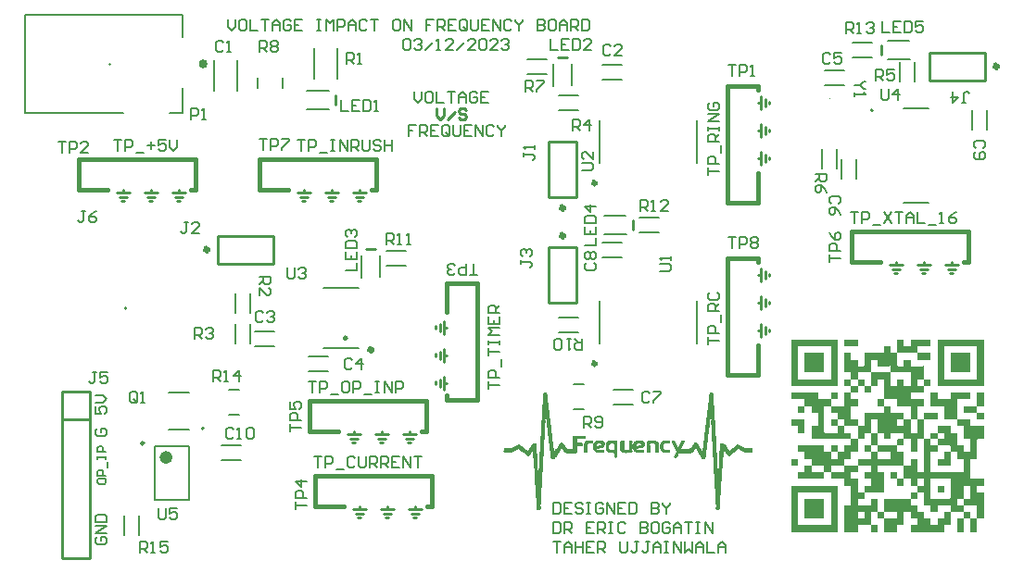
<source format=gto>
G04*
G04 #@! TF.GenerationSoftware,Altium Limited,Altium Designer,23.1.1 (15)*
G04*
G04 Layer_Color=65535*
%FSLAX44Y44*%
%MOMM*%
G71*
G04*
G04 #@! TF.SameCoordinates,1FA4A5A5-67A0-4D6D-842F-5CAA9539815A*
G04*
G04*
G04 #@! TF.FilePolarity,Positive*
G04*
G01*
G75*
%ADD10C,0.1000*%
%ADD11C,0.2000*%
%ADD12C,0.2500*%
%ADD13C,0.6000*%
%ADD14C,0.5080*%
%ADD15C,0.3810*%
%ADD16C,0.4000*%
%ADD17C,0.3000*%
%ADD18C,0.1524*%
%ADD19C,0.2540*%
%ADD20C,0.1270*%
%ADD21C,0.2032*%
%ADD22C,0.1778*%
%ADD23C,0.2286*%
G36*
X801490Y198575D02*
X789245D01*
Y192453D01*
X801490D01*
Y188779D01*
Y188167D01*
Y186330D01*
X789245D01*
Y192453D01*
X770878D01*
Y204697D01*
X777000D01*
Y198575D01*
X783122D01*
Y204697D01*
X801490D01*
Y198575D01*
D02*
G37*
G36*
X734755Y204085D02*
Y203473D01*
Y198575D01*
X722510D01*
Y204697D01*
X734755D01*
Y204085D01*
D02*
G37*
G36*
X764755Y193065D02*
X765367D01*
Y192453D01*
X770878D01*
Y180820D01*
X771490D01*
Y180208D01*
X777000D01*
Y186330D01*
X783122D01*
Y180820D01*
X783735D01*
Y180208D01*
X794755D01*
Y180820D01*
X795368D01*
Y168575D01*
X801490D01*
Y162452D01*
X795368D01*
Y168575D01*
X789245D01*
Y162452D01*
X795368D01*
Y156330D01*
X783122D01*
Y150208D01*
X795368D01*
Y144085D01*
X789245D01*
Y131840D01*
X795368D01*
Y114085D01*
X801490D01*
Y107962D01*
X807612D01*
Y101840D01*
X801490D01*
Y83472D01*
X831490D01*
Y95717D01*
X825368D01*
Y101840D01*
X819857D01*
Y107350D01*
X819245D01*
Y107962D01*
X807612D01*
Y114085D01*
X801490D01*
Y119595D01*
X807612D01*
Y114085D01*
X813735D01*
Y119595D01*
X807612D01*
Y125718D01*
X819857D01*
Y119595D01*
X825980D01*
Y118983D01*
X825368D01*
Y107962D01*
X831490D01*
Y101840D01*
X837613D01*
Y114085D01*
X831490D01*
Y125718D01*
X825980D01*
Y126330D01*
X825368D01*
Y131840D01*
X813735D01*
Y144085D01*
X801490D01*
Y155105D01*
Y155718D01*
Y156330D01*
X807612D01*
Y150208D01*
X819857D01*
Y156330D01*
X837613D01*
Y150208D01*
X825368D01*
Y131840D01*
X837613D01*
Y125718D01*
X849857D01*
Y114085D01*
X844347D01*
Y113473D01*
X843735D01*
Y95717D01*
X837613D01*
Y77350D01*
X849857D01*
Y71228D01*
X843735D01*
Y65105D01*
X849857D01*
Y41227D01*
X843735D01*
Y53472D01*
X831490D01*
Y58983D01*
X825368D01*
Y53472D01*
X825980D01*
Y52860D01*
X826592D01*
Y53472D01*
X831490D01*
Y47350D01*
X837613D01*
Y46125D01*
Y45513D01*
Y41227D01*
X843735D01*
Y38778D01*
Y38166D01*
Y28983D01*
X837613D01*
Y41227D01*
X831490D01*
Y47350D01*
X819857D01*
Y52860D01*
X819245D01*
Y53472D01*
X807612D01*
Y47350D01*
X801490D01*
Y52860D01*
X800878D01*
Y53472D01*
X795980D01*
Y52860D01*
X795368D01*
Y65105D01*
X789245D01*
Y71228D01*
X783122D01*
Y77350D01*
X777000D01*
Y89595D01*
X753122D01*
Y83472D01*
X759245D01*
Y65717D01*
X758633D01*
Y65105D01*
X740878D01*
Y71228D01*
X747000D01*
Y77350D01*
X740878D01*
Y83472D01*
X747000D01*
Y89595D01*
X734755D01*
Y95717D01*
X747000D01*
Y101840D01*
X740878D01*
Y107962D01*
X747000D01*
Y101840D01*
X753122D01*
Y95717D01*
X764755D01*
Y101840D01*
X753122D01*
Y107962D01*
X747000D01*
Y119595D01*
X740878D01*
Y114085D01*
X734755D01*
Y125718D01*
X722510D01*
Y131840D01*
X716388D01*
Y137963D01*
X710265D01*
Y144085D01*
X704143D01*
Y120207D01*
X704755D01*
Y119595D01*
X716388D01*
Y125718D01*
X710877D01*
Y126330D01*
X710265D01*
Y131840D01*
X716388D01*
Y126330D01*
Y125718D01*
X722510D01*
Y119595D01*
X728633D01*
Y114085D01*
X734755D01*
Y101840D01*
X728633D01*
Y95717D01*
X722510D01*
Y89595D01*
X734755D01*
Y83472D01*
X728633D01*
Y77350D01*
X734755D01*
Y65105D01*
X740878D01*
Y58983D01*
X734755D01*
Y52860D01*
X735367D01*
Y53472D01*
X747000D01*
Y58983D01*
X753122D01*
Y47350D01*
X759245D01*
Y43064D01*
Y42452D01*
Y41227D01*
X770878D01*
Y47350D01*
X759245D01*
Y58983D01*
X783122D01*
Y53472D01*
X789245D01*
Y47350D01*
X795368D01*
Y41227D01*
X801490D01*
Y35105D01*
X807612D01*
Y41227D01*
X813735D01*
Y47350D01*
X819857D01*
Y35105D01*
X813735D01*
Y28983D01*
X783122D01*
Y35105D01*
X789245D01*
Y41227D01*
X783122D01*
Y47350D01*
X777000D01*
Y35105D01*
X770878D01*
Y28983D01*
X759245D01*
Y41227D01*
X753122D01*
Y47350D01*
X747000D01*
Y35105D01*
X753122D01*
Y28983D01*
X747000D01*
Y35105D01*
X734755D01*
Y28983D01*
X722510D01*
Y53472D01*
X728020D01*
Y52860D01*
X728633D01*
Y71228D01*
X722510D01*
Y77350D01*
X710265D01*
Y83472D01*
X704143D01*
Y89595D01*
X692510D01*
Y95717D01*
X686387D01*
Y101840D01*
X680265D01*
Y107962D01*
X704143D01*
Y101840D01*
X710265D01*
Y95717D01*
X716388D01*
Y101840D01*
X710265D01*
Y107350D01*
X710877D01*
Y107962D01*
X716388D01*
Y101840D01*
X722510D01*
Y107962D01*
X728633D01*
Y114085D01*
X692510D01*
Y125718D01*
X698020D01*
Y126330D01*
X698632D01*
Y137963D01*
X692510D01*
Y144085D01*
X686387D01*
Y150208D01*
X674143D01*
Y156330D01*
X698632D01*
Y150820D01*
X698020D01*
Y150208D01*
X710265D01*
Y144085D01*
X722510D01*
Y156330D01*
X728633D01*
Y150208D01*
X734755D01*
Y144085D01*
X728633D01*
Y131840D01*
X734755D01*
Y125718D01*
X740878D01*
Y137963D01*
X759245D01*
Y144085D01*
X753122D01*
Y150208D01*
X759245D01*
Y144085D01*
X764755D01*
Y137963D01*
X777000D01*
Y131840D01*
X783122D01*
Y119595D01*
X789245D01*
Y131840D01*
X783122D01*
Y144085D01*
X770878D01*
Y150208D01*
X759245D01*
Y167963D01*
X758633D01*
Y168575D01*
X753122D01*
Y162452D01*
X747000D01*
Y174697D01*
X734755D01*
Y168575D01*
X740878D01*
Y163065D01*
Y162452D01*
X747000D01*
Y156330D01*
X740878D01*
Y161840D01*
Y162452D01*
X734755D01*
Y168575D01*
X728633D01*
Y174697D01*
X722510D01*
Y192453D01*
X728633D01*
Y186330D01*
X734755D01*
Y180208D01*
X740265D01*
Y180820D01*
X740878D01*
Y192453D01*
X758633D01*
Y193065D01*
X759245D01*
Y198575D01*
X764755D01*
Y193065D01*
D02*
G37*
G36*
X849857Y190616D02*
Y190004D01*
Y162452D01*
X807612D01*
Y204697D01*
X849857D01*
Y190616D01*
D02*
G37*
G36*
X716388Y162452D02*
X674143D01*
Y204697D01*
X716388D01*
Y162452D01*
D02*
G37*
G36*
X728633Y167963D02*
Y167350D01*
Y162452D01*
X734755D01*
Y157555D01*
Y156942D01*
Y156330D01*
X728633D01*
Y162452D01*
X722510D01*
Y168575D01*
X728633D01*
Y167963D01*
D02*
G37*
G36*
X716388Y153269D02*
Y152656D01*
Y150208D01*
X710265D01*
Y156330D01*
X716388D01*
Y153269D01*
D02*
G37*
G36*
X849857Y144085D02*
X843735D01*
Y150820D01*
Y151432D01*
Y156330D01*
X849857D01*
Y144085D01*
D02*
G37*
G36*
X686387Y137963D02*
X680265D01*
Y144085D01*
X686387D01*
Y137963D01*
D02*
G37*
G36*
X843735D02*
X849857D01*
Y132452D01*
Y131840D01*
X843735D01*
Y137963D01*
X831490D01*
Y144085D01*
X843735D01*
Y137963D01*
D02*
G37*
G36*
X807612Y131840D02*
X795368D01*
Y136738D01*
Y137350D01*
Y137963D01*
X807612D01*
Y131840D01*
D02*
G37*
G36*
X686387Y120207D02*
X685775D01*
Y119595D01*
X680265D01*
Y125718D01*
X674143D01*
Y131840D01*
X686387D01*
Y120207D01*
D02*
G37*
G36*
X502202Y111832D02*
X503073D01*
Y110961D01*
X503943D01*
Y108349D01*
X503073D01*
Y106608D01*
X502202D01*
Y105738D01*
X498720D01*
Y104867D01*
X496108D01*
Y103996D01*
X503073D01*
Y101385D01*
X495237D01*
Y102255D01*
X494367D01*
Y103126D01*
X493496D01*
Y103996D01*
X492625D01*
Y110091D01*
X489143D01*
Y109220D01*
X488272D01*
Y101385D01*
X484790D01*
Y103996D01*
Y104867D01*
Y110091D01*
X485661D01*
Y111832D01*
X486531D01*
Y112702D01*
X492625D01*
Y110091D01*
X493496D01*
Y110961D01*
X494367D01*
Y111832D01*
X495237D01*
Y112702D01*
X502202D01*
Y111832D01*
D02*
G37*
G36*
X538767D02*
X539638D01*
Y110961D01*
X540508D01*
Y107479D01*
X539638D01*
Y106608D01*
X538767D01*
Y105738D01*
X534414D01*
Y104867D01*
X532673D01*
Y103996D01*
X539638D01*
Y101385D01*
X531802D01*
Y102255D01*
X530061D01*
Y103996D01*
X529191D01*
Y104867D01*
X528320D01*
Y103126D01*
X529191D01*
Y102255D01*
X528320D01*
Y101385D01*
X523096D01*
Y100514D01*
X522226D01*
Y101385D01*
X519614D01*
Y102255D01*
X518743D01*
Y103126D01*
X517873D01*
Y111832D01*
X518743D01*
Y112702D01*
X521355D01*
Y103996D01*
X525708D01*
Y112702D01*
X528320D01*
Y111832D01*
X529191D01*
Y110961D01*
X528320D01*
Y109220D01*
X529191D01*
Y110091D01*
X530061D01*
Y111832D01*
X531802D01*
Y112702D01*
X538767D01*
Y111832D01*
D02*
G37*
G36*
X602321Y155362D02*
X603192D01*
Y144915D01*
X604062D01*
Y130985D01*
X604933D01*
Y117055D01*
X605803D01*
Y101385D01*
X606674D01*
Y86584D01*
X608415D01*
Y103126D01*
X609286D01*
Y110091D01*
X612768D01*
Y109220D01*
X613639D01*
Y108349D01*
X614510D01*
Y106608D01*
X615380D01*
Y104867D01*
X616251D01*
Y103996D01*
X617121D01*
Y103126D01*
X617992D01*
Y103996D01*
X618862D01*
Y104867D01*
X619733D01*
Y105738D01*
X621474D01*
Y106608D01*
X622345D01*
Y107479D01*
X623215D01*
Y108349D01*
X624086D01*
Y109220D01*
X625827D01*
Y108349D01*
X627569D01*
Y107479D01*
X629310D01*
Y106608D01*
X631051D01*
Y105738D01*
X638886D01*
Y101385D01*
X631051D01*
Y102255D01*
X629310D01*
Y103126D01*
X627569D01*
Y103996D01*
X626698D01*
Y104867D01*
X624957D01*
Y103996D01*
X624086D01*
Y103126D01*
X623215D01*
Y102255D01*
X622345D01*
Y101385D01*
X620604D01*
Y100514D01*
X619733D01*
Y99643D01*
X618862D01*
Y98773D01*
X617992D01*
Y97902D01*
X616251D01*
Y98773D01*
X615380D01*
Y99643D01*
X614510D01*
Y100514D01*
X613639D01*
Y102255D01*
X612768D01*
Y97032D01*
X611898D01*
Y86584D01*
X611027D01*
Y75267D01*
X610157D01*
Y62208D01*
X609286D01*
Y50019D01*
X608415D01*
Y49149D01*
X605803D01*
Y50019D01*
X604933D01*
Y51760D01*
X605803D01*
Y54372D01*
X604933D01*
Y68302D01*
X604062D01*
Y82231D01*
X603192D01*
Y97032D01*
X602321D01*
Y111832D01*
X601451D01*
Y126632D01*
X600580D01*
Y130985D01*
X601451D01*
Y131856D01*
X599709D01*
Y124020D01*
X598839D01*
Y117926D01*
X597968D01*
Y110961D01*
X597098D01*
Y103996D01*
X596227D01*
Y97032D01*
X595356D01*
Y95290D01*
X591874D01*
Y97032D01*
X591003D01*
Y98773D01*
X590133D01*
Y99643D01*
X589262D01*
Y101385D01*
X588391D01*
Y103126D01*
X587521D01*
Y104867D01*
X585780D01*
Y103996D01*
X584909D01*
Y102255D01*
X584038D01*
Y101385D01*
X582297D01*
Y100514D01*
X570979D01*
Y97902D01*
X570109D01*
Y97032D01*
X569238D01*
Y96161D01*
X567497D01*
Y97032D01*
X566626D01*
Y97902D01*
X567497D01*
Y99643D01*
X568368D01*
Y101385D01*
X569238D01*
Y103126D01*
X568368D01*
Y104867D01*
X567497D01*
Y106608D01*
X566626D01*
Y108349D01*
X565756D01*
Y110091D01*
X564885D01*
Y112702D01*
X567497D01*
Y111832D01*
X568368D01*
Y110091D01*
X569238D01*
Y108349D01*
X570109D01*
Y106608D01*
X570979D01*
Y107479D01*
X571850D01*
Y109220D01*
X572721D01*
Y110961D01*
X573591D01*
Y112702D01*
X577074D01*
Y110961D01*
X576203D01*
Y109220D01*
X575332D01*
Y107479D01*
X574462D01*
Y105738D01*
X573591D01*
Y104867D01*
X581427D01*
Y105738D01*
X582297D01*
Y106608D01*
X583168D01*
Y108349D01*
X584038D01*
Y109220D01*
X584909D01*
Y110961D01*
X587521D01*
Y110091D01*
X588391D01*
Y109220D01*
X589262D01*
Y107479D01*
X590133D01*
Y105738D01*
X591003D01*
Y104867D01*
X591874D01*
Y103126D01*
X592744D01*
Y105738D01*
X593615D01*
Y112702D01*
X594486D01*
Y119667D01*
X595356D01*
Y126632D01*
X596227D01*
Y133597D01*
X597098D01*
Y140562D01*
X597968D01*
Y147526D01*
X598839D01*
Y154491D01*
X599709D01*
Y156232D01*
X602321D01*
Y155362D01*
D02*
G37*
G36*
X563144Y110091D02*
X557920D01*
Y109220D01*
X557050D01*
Y104867D01*
X557920D01*
Y103996D01*
X563144D01*
Y101385D01*
X556179D01*
Y102255D01*
X555309D01*
Y103126D01*
X554438D01*
Y104867D01*
X553567D01*
Y109220D01*
X554438D01*
Y110961D01*
X555309D01*
Y111832D01*
X556179D01*
Y112702D01*
X563144D01*
Y110091D01*
D02*
G37*
G36*
X550956Y111832D02*
X551826D01*
Y110961D01*
X552697D01*
Y101385D01*
X550085D01*
Y109220D01*
X549214D01*
Y110091D01*
X545732D01*
Y109220D01*
X544861D01*
Y108349D01*
X545732D01*
Y101385D01*
X542250D01*
Y111832D01*
X543120D01*
Y112702D01*
X550956D01*
Y111832D01*
D02*
G37*
G36*
X450836Y154491D02*
X451707D01*
Y147526D01*
X452578D01*
Y140562D01*
X453448D01*
Y132726D01*
X454319D01*
Y126632D01*
X455190D01*
Y118797D01*
X456060D01*
Y111832D01*
X456931D01*
Y105738D01*
X457801D01*
Y103126D01*
X458672D01*
Y104867D01*
X459543D01*
Y105738D01*
X460413D01*
Y107479D01*
X461284D01*
Y109220D01*
X462154D01*
Y110091D01*
X463025D01*
Y110961D01*
X464766D01*
Y110091D01*
X465637D01*
Y109220D01*
X466507D01*
Y108349D01*
X467378D01*
Y106608D01*
X468248D01*
Y105738D01*
X469119D01*
Y104867D01*
X474343D01*
Y117055D01*
X486531D01*
Y114444D01*
X478696D01*
Y110961D01*
X483049D01*
Y110091D01*
X483919D01*
Y107479D01*
X478696D01*
Y101385D01*
X477825D01*
Y100514D01*
X468248D01*
Y101385D01*
X466507D01*
Y102255D01*
X465637D01*
Y103996D01*
X464766D01*
Y104867D01*
X463025D01*
Y103126D01*
X462154D01*
Y101385D01*
X461284D01*
Y100514D01*
X460413D01*
Y98773D01*
X459543D01*
Y97032D01*
X458672D01*
Y95290D01*
X455190D01*
Y96161D01*
X454319D01*
Y103126D01*
X453448D01*
Y110091D01*
X452578D01*
Y117055D01*
X451707D01*
Y124020D01*
X450836D01*
Y131856D01*
X449095D01*
Y130985D01*
X449966D01*
Y128373D01*
X449095D01*
Y113573D01*
X448225D01*
Y97902D01*
X447354D01*
Y83973D01*
X446483D01*
Y69172D01*
X445613D01*
Y63949D01*
Y63078D01*
Y54372D01*
X444742D01*
Y52631D01*
X445613D01*
Y50019D01*
X444742D01*
Y49149D01*
X441260D01*
Y59596D01*
X440389D01*
Y71784D01*
X439519D01*
Y86584D01*
X438648D01*
Y96161D01*
X437777D01*
Y102255D01*
X436907D01*
Y101385D01*
X436036D01*
Y99643D01*
X435166D01*
Y98773D01*
X434295D01*
Y97902D01*
X432554D01*
Y98773D01*
X431683D01*
Y99643D01*
X430813D01*
Y100514D01*
X429942D01*
Y101385D01*
X428201D01*
Y102255D01*
X427330D01*
Y103126D01*
X426460D01*
Y103996D01*
X425589D01*
Y104867D01*
X424719D01*
Y103996D01*
X422977D01*
Y103126D01*
X421236D01*
Y102255D01*
X419495D01*
Y101385D01*
X411660D01*
Y102255D01*
X410789D01*
Y103126D01*
X411660D01*
Y105738D01*
X419495D01*
Y106608D01*
X421236D01*
Y107479D01*
X422977D01*
Y108349D01*
X424719D01*
Y109220D01*
X426460D01*
Y108349D01*
X427330D01*
Y107479D01*
X428201D01*
Y106608D01*
X429072D01*
Y105738D01*
X429942D01*
Y104867D01*
X430813D01*
Y103996D01*
X432554D01*
Y103126D01*
X433424D01*
Y103996D01*
X434295D01*
Y105738D01*
X435166D01*
Y106608D01*
X436036D01*
Y108349D01*
X436907D01*
Y109220D01*
X437777D01*
Y110091D01*
X441260D01*
Y100514D01*
X442131D01*
Y85714D01*
X443001D01*
Y86584D01*
X443872D01*
Y102255D01*
X444742D01*
Y117055D01*
X445613D01*
Y130985D01*
X446483D01*
Y145785D01*
X447354D01*
Y155362D01*
X448225D01*
Y156232D01*
X450836D01*
Y154491D01*
D02*
G37*
G36*
X515261Y97032D02*
X514390D01*
Y96161D01*
X513520D01*
Y97032D01*
X512649D01*
Y100514D01*
X511779D01*
Y101385D01*
X506555D01*
Y102255D01*
X505684D01*
Y103126D01*
X504814D01*
Y110961D01*
X505684D01*
Y111832D01*
X506555D01*
Y112702D01*
X515261D01*
Y97032D01*
D02*
G37*
G36*
X819857Y89595D02*
X807612D01*
Y95717D01*
X813735D01*
Y98779D01*
Y99391D01*
Y101840D01*
X819857D01*
Y89595D01*
D02*
G37*
G36*
X680265Y93268D02*
Y92656D01*
Y89595D01*
X674143D01*
Y95717D01*
X680265D01*
Y93268D01*
D02*
G37*
G36*
X692510Y83472D02*
X704143D01*
Y77350D01*
X680265D01*
Y83472D01*
X686387D01*
Y89595D01*
X692510D01*
Y83472D01*
D02*
G37*
G36*
X770878Y77962D02*
Y77350D01*
X777000D01*
Y76125D01*
Y75513D01*
Y71228D01*
X770878D01*
Y77350D01*
X764755D01*
Y83472D01*
X770878D01*
Y77962D01*
D02*
G37*
G36*
X789245Y58983D02*
X783122D01*
Y65105D01*
X789245D01*
Y58983D01*
D02*
G37*
G36*
X831490Y40615D02*
Y28983D01*
X825368D01*
Y40615D01*
X825980D01*
Y41227D01*
X831490D01*
Y40615D01*
D02*
G37*
G36*
X716388Y28983D02*
X674143D01*
Y29595D01*
Y30207D01*
Y71228D01*
X716388D01*
Y28983D01*
D02*
G37*
%LPC*%
G36*
X753122Y186330D02*
X747000D01*
Y174697D01*
X764755D01*
Y162452D01*
X770878D01*
Y167963D01*
X771490D01*
Y168575D01*
X777000D01*
Y162452D01*
X783122D01*
Y174697D01*
X764755D01*
Y180820D01*
X764143D01*
Y180208D01*
X753122D01*
Y186330D01*
D02*
G37*
G36*
X777000Y131840D02*
X770878D01*
Y126330D01*
X771490D01*
Y125718D01*
X777000D01*
Y131840D01*
D02*
G37*
G36*
X753122D02*
X747000D01*
Y119595D01*
X753122D01*
Y107962D01*
X770878D01*
Y101840D01*
X777000D01*
Y89595D01*
X783122D01*
Y95717D01*
X789245D01*
Y83472D01*
X795368D01*
Y114085D01*
X789245D01*
Y101840D01*
X783122D01*
Y114085D01*
X777000D01*
Y119595D01*
X764755D01*
Y114085D01*
X759245D01*
Y119595D01*
X753122D01*
Y131840D01*
D02*
G37*
G36*
X722510Y89595D02*
X710265D01*
Y83472D01*
X722510D01*
Y89595D01*
D02*
G37*
G36*
X795368Y77350D02*
X789245D01*
Y71228D01*
X795368D01*
Y77350D01*
D02*
G37*
G36*
X837613Y71228D02*
X831490D01*
Y58983D01*
X837613D01*
Y71228D01*
D02*
G37*
G36*
X819857Y77350D02*
X801490D01*
Y58983D01*
X819245D01*
Y59595D01*
X819857D01*
Y77350D01*
D02*
G37*
G36*
X740878Y47350D02*
X734755D01*
Y41227D01*
X740878D01*
Y46125D01*
Y46738D01*
Y47350D01*
D02*
G37*
%LPD*%
G36*
X777000Y107962D02*
X770878D01*
Y113473D01*
X771490D01*
Y114085D01*
X777000D01*
Y107962D01*
D02*
G37*
G36*
X813735Y65105D02*
X807612D01*
Y71228D01*
X813735D01*
Y65105D01*
D02*
G37*
%LPC*%
G36*
X843735Y198575D02*
X813735D01*
Y168575D01*
X843735D01*
Y198575D01*
D02*
G37*
%LPD*%
G36*
X837613Y174697D02*
X819857D01*
Y192453D01*
X837613D01*
Y174697D01*
D02*
G37*
%LPC*%
G36*
X710265Y198575D02*
X680265D01*
Y168575D01*
X710265D01*
Y198575D01*
D02*
G37*
%LPD*%
G36*
X704143Y174697D02*
X686387D01*
Y177759D01*
Y178371D01*
Y192453D01*
X704143D01*
Y174697D01*
D02*
G37*
%LPC*%
G36*
X499590Y110091D02*
X496978D01*
Y109220D01*
X496108D01*
Y107479D01*
X497849D01*
Y108349D01*
X500461D01*
Y109220D01*
X499590D01*
Y110091D01*
D02*
G37*
G36*
X536155D02*
X533544D01*
Y109220D01*
X532673D01*
Y107479D01*
X534414D01*
Y108349D01*
X537026D01*
Y109220D01*
X536155D01*
Y110091D01*
D02*
G37*
G36*
X511779D02*
X509167D01*
Y109220D01*
X508296D01*
Y108349D01*
X507426D01*
Y104867D01*
X508296D01*
Y103996D01*
X512649D01*
Y109220D01*
X511779D01*
Y110091D01*
D02*
G37*
G36*
X710265Y65105D02*
X680265D01*
Y35105D01*
X710265D01*
Y65105D01*
D02*
G37*
%LPD*%
G36*
X704143Y55309D02*
Y54697D01*
Y41227D01*
X686387D01*
Y58983D01*
X704143D01*
Y55309D01*
D02*
G37*
D10*
X709160Y425450D02*
G03*
X709160Y425450I-500J0D01*
G01*
D11*
X748550Y414380D02*
G03*
X748550Y414380I-1000J0D01*
G01*
X137144Y123698D02*
G03*
X137144Y123698I-1000J0D01*
G01*
X66750Y233426D02*
G03*
X66750Y233426I-1000J0D01*
G01*
X92780Y58050D02*
Y107050D01*
X123780Y58050D02*
Y107050D01*
X92780D02*
X123780D01*
X92780Y58050D02*
X123780D01*
X246558Y197104D02*
X278558D01*
X246562Y252476D02*
X278562D01*
D12*
X82530Y110100D02*
G03*
X82530Y110100I-1250J0D01*
G01*
D13*
X105780Y97050D02*
G03*
X105780Y97050I-3000J0D01*
G01*
D14*
X862330Y454660D02*
G03*
X862330Y454660I-1270J0D01*
G01*
X466090Y299720D02*
G03*
X466090Y299720I-1270J0D01*
G01*
Y325120D02*
G03*
X466090Y325120I-1270J0D01*
G01*
X140970Y287020D02*
G03*
X140970Y287020I-1270J0D01*
G01*
X291060Y195580D02*
G03*
X291060Y195580I-1250J0D01*
G01*
D15*
X495300Y182880D02*
G03*
X495300Y182880I-1270J0D01*
G01*
Y347980D02*
G03*
X495300Y347980I-1270J0D01*
G01*
X728980Y275590D02*
X755650D01*
X728980D02*
Y303530D01*
X831850Y275590D02*
X835660D01*
Y303530D01*
X728980D02*
X835660D01*
X643890Y172720D02*
Y199390D01*
X615950Y172720D02*
X643890D01*
Y275590D02*
Y279400D01*
X615950D02*
X643890D01*
X615950Y172720D02*
Y279400D01*
X233680Y120650D02*
X260350D01*
X233680D02*
Y148590D01*
X336550Y120650D02*
X340360D01*
Y148590D01*
X233680D02*
X340360D01*
X22860Y341630D02*
X49530D01*
X22860D02*
Y369570D01*
X125730Y341630D02*
X129540D01*
Y369570D01*
X22860D02*
X129540D01*
X238760Y80010D02*
X345440D01*
Y52070D02*
Y80010D01*
X341630Y52070D02*
X345440D01*
X238760D02*
Y80010D01*
Y52070D02*
X265430D01*
X387350Y149860D02*
Y256540D01*
X359410Y149860D02*
X387350D01*
X359410D02*
Y153670D01*
Y256540D02*
X387350D01*
X359410Y229870D02*
Y256540D01*
X615950Y330200D02*
Y436880D01*
X643890D01*
Y433070D02*
Y436880D01*
X615950Y330200D02*
X643890D01*
Y356870D01*
X187960Y369570D02*
X294640D01*
Y341630D02*
Y369570D01*
X290830Y341630D02*
X294640D01*
X187960D02*
Y369570D01*
Y341630D02*
X214630D01*
D16*
X138708Y456946D02*
G03*
X138708Y456946I-2000J0D01*
G01*
D17*
X267624Y206248D02*
G03*
X267624Y206248I-1000J0D01*
G01*
D18*
X153162Y94742D02*
X170942D01*
X153162Y108458D02*
X170942D01*
X729662Y463042D02*
X747442D01*
X729662Y476758D02*
X747442D01*
X535178Y316738D02*
X552958D01*
X535178Y303022D02*
X552958D01*
X502920Y318262D02*
X522986D01*
X503174Y301498D02*
X523240D01*
X456438Y437000D02*
Y457066D01*
X473202Y437254D02*
Y457320D01*
X304118Y286258D02*
X321898D01*
X304118Y272542D02*
X321898D01*
X281178Y261620D02*
Y281686D01*
X297942Y261874D02*
Y281940D01*
X77978Y26162D02*
Y43942D01*
X64262Y26162D02*
Y43942D01*
X701802Y361442D02*
Y379222D01*
X715518Y361442D02*
Y379222D01*
X704422Y437642D02*
X722202D01*
X704422Y451358D02*
X722202D01*
X719582Y352298D02*
Y370078D01*
X733298Y352298D02*
Y370078D01*
X786638Y441198D02*
Y458978D01*
X772922Y441198D02*
Y458978D01*
X838962Y396922D02*
Y414702D01*
X852678Y396922D02*
Y414702D01*
X762254Y461518D02*
X782320D01*
X762000Y478282D02*
X782066D01*
X160274Y158720D02*
X169926D01*
X160274Y135920D02*
X169926D01*
X432642Y447802D02*
X450422D01*
X432642Y461518D02*
X450422D01*
X238252Y443230D02*
Y471170D01*
X259588Y443230D02*
Y471170D01*
X501062Y280162D02*
X518842D01*
X501062Y293878D02*
X518842D01*
X461518Y225298D02*
X479298D01*
X461518Y211582D02*
X479298D01*
X475234Y141000D02*
X484886D01*
X475234Y163800D02*
X484886D01*
X511302Y145542D02*
X529082D01*
X511302Y159258D02*
X529082D01*
X461518Y428498D02*
X479298D01*
X461518Y414782D02*
X479298D01*
X232918Y189738D02*
X250698D01*
X232918Y176022D02*
X250698D01*
X179578Y201422D02*
Y219202D01*
X165862Y201422D02*
Y219202D01*
X179578Y229442D02*
Y247222D01*
X165862Y229442D02*
Y247222D01*
X231260Y432562D02*
X251326D01*
X231514Y415798D02*
X251580D01*
X209520Y434594D02*
Y444246D01*
X186720Y434594D02*
Y444246D01*
X168148Y432410D02*
Y460350D01*
X146812Y432410D02*
Y460350D01*
X501142Y442722D02*
X518922D01*
X501142Y456438D02*
X518922D01*
X183642Y198882D02*
X201422D01*
X183642Y212598D02*
X201422D01*
D19*
X529082Y305562D02*
Y314198D01*
X460502Y463162D02*
X469138D01*
X763905Y273050D02*
X775335D01*
X769620D02*
Y275658D01*
X766445Y269240D02*
X772795D01*
X768408Y265430D02*
X770255D01*
X789305Y273050D02*
X800735D01*
X795020D02*
Y275658D01*
X791845Y269240D02*
X798195D01*
X793808Y265430D02*
X795655D01*
X814705Y273050D02*
X826135D01*
X820420D02*
Y275658D01*
X817245Y269240D02*
X823595D01*
X819208Y265430D02*
X821055D01*
X285242Y287782D02*
X293878D01*
X756158Y465582D02*
Y474218D01*
X646430Y207645D02*
Y219075D01*
X643822Y213360D02*
X646430D01*
X650240Y210185D02*
Y216535D01*
X654050Y212148D02*
Y213995D01*
X646430Y233045D02*
Y244475D01*
X643822Y238760D02*
X646430D01*
X650240Y235585D02*
Y241935D01*
X654050Y237548D02*
Y239395D01*
X646430Y258445D02*
Y269875D01*
X643822Y264160D02*
X646430D01*
X650240Y260985D02*
Y267335D01*
X654050Y262948D02*
Y264795D01*
X268605Y118110D02*
X280035D01*
X274320D02*
Y120718D01*
X271145Y114300D02*
X277495D01*
X273108Y110490D02*
X274955D01*
X294005Y118110D02*
X305435D01*
X299720D02*
Y120718D01*
X296545Y114300D02*
X302895D01*
X298508Y110490D02*
X300355D01*
X319405Y118110D02*
X330835D01*
X325120D02*
Y120718D01*
X321945Y114300D02*
X328295D01*
X323908Y110490D02*
X325755D01*
X57785Y339090D02*
X69215D01*
X63500D02*
Y341698D01*
X60325Y335280D02*
X66675D01*
X62288Y331470D02*
X64135D01*
X83185Y339090D02*
X94615D01*
X88900D02*
Y341698D01*
X85725Y335280D02*
X92075D01*
X87688Y331470D02*
X89535D01*
X108585Y339090D02*
X120015D01*
X114300D02*
Y341698D01*
X111125Y335280D02*
X117475D01*
X113088Y331470D02*
X114935D01*
X850900Y441960D02*
Y454660D01*
X825500Y441960D02*
X850900D01*
X800100Y467360D02*
X825500D01*
X800100Y441960D02*
Y467360D01*
Y441960D02*
X825500D01*
Y467360D02*
X850900D01*
Y454660D02*
Y467360D01*
X464820Y289560D02*
X477520D01*
Y264160D02*
Y289560D01*
X452120Y238760D02*
Y264160D01*
Y238760D02*
X477520D01*
Y264160D01*
X452120D02*
Y289560D01*
X464820D01*
X452120Y335280D02*
X464820D01*
X452120D02*
Y360680D01*
X477520D02*
Y386080D01*
X452120D02*
X477520D01*
X452120Y360680D02*
Y386080D01*
X477520Y335280D02*
Y360680D01*
X464820Y335280D02*
X477520D01*
X51030Y457200D02*
X51110D01*
X328988Y41910D02*
X330835D01*
X327025Y45720D02*
X333375D01*
X330200Y49530D02*
Y52138D01*
X324485Y49530D02*
X335915D01*
X303588Y41910D02*
X305435D01*
X301625Y45720D02*
X307975D01*
X304800Y49530D02*
Y52138D01*
X299085Y49530D02*
X310515D01*
X278188Y41910D02*
X280035D01*
X276225Y45720D02*
X282575D01*
X279400Y49530D02*
Y52138D01*
X273685Y49530D02*
X285115D01*
X349250Y164465D02*
Y166312D01*
X353060Y161925D02*
Y168275D01*
X356870Y165100D02*
X359478D01*
X356870Y159385D02*
Y170815D01*
X349250Y189865D02*
Y191712D01*
X353060Y187325D02*
Y193675D01*
X356870Y190500D02*
X359478D01*
X356870Y184785D02*
Y196215D01*
X349250Y215265D02*
Y217112D01*
X353060Y212725D02*
Y219075D01*
X356870Y215900D02*
X359478D01*
X356870Y210185D02*
Y221615D01*
X149860Y287020D02*
Y299720D01*
X175260D01*
Y274320D02*
X200660D01*
Y299720D01*
X175260D02*
X200660D01*
X149860Y274320D02*
X175260D01*
X149860D02*
Y287020D01*
X20320Y157480D02*
X33020D01*
Y132080D02*
Y157480D01*
X7620Y132080D02*
X33020D01*
X7620D02*
Y157480D01*
X20320D01*
X33020Y5080D02*
Y132080D01*
X7620Y5080D02*
Y132080D01*
Y5080D02*
X33020D01*
X257422Y419862D02*
Y428498D01*
X654050Y420428D02*
Y422275D01*
X650240Y418465D02*
Y424815D01*
X643822Y421640D02*
X646430D01*
Y415925D02*
Y427355D01*
X654050Y395028D02*
Y396875D01*
X650240Y393065D02*
Y399415D01*
X643822Y396240D02*
X646430D01*
Y390525D02*
Y401955D01*
X654050Y369628D02*
Y371475D01*
X650240Y367665D02*
Y374015D01*
X643822Y370840D02*
X646430D01*
Y365125D02*
Y376555D01*
X278188Y331470D02*
X280035D01*
X276225Y335280D02*
X282575D01*
X279400Y339090D02*
Y341698D01*
X273685Y339090D02*
X285115D01*
X252788Y331470D02*
X254635D01*
X250825Y335280D02*
X257175D01*
X254000Y339090D02*
Y341698D01*
X248285Y339090D02*
X259715D01*
X227388Y331470D02*
X229235D01*
X225425Y335280D02*
X231775D01*
X228600Y339090D02*
Y341698D01*
X222885Y339090D02*
X234315D01*
D20*
X776350Y416630D02*
X799750D01*
X776350Y330130D02*
X799750D01*
X105410Y122936D02*
X123410D01*
X105410Y156464D02*
X123410D01*
X587860Y201480D02*
Y240480D01*
X499260Y201480D02*
Y240480D01*
X587860Y366580D02*
Y405580D01*
X499260Y366580D02*
Y405580D01*
X105974Y412200D02*
X118030D01*
Y435102D01*
X-25970Y412200D02*
Y502200D01*
X118030D01*
Y481330D02*
Y502200D01*
X-25970Y412200D02*
X63530D01*
D21*
X728472Y321222D02*
X735243D01*
X731858D01*
Y311065D01*
X738629D02*
Y321222D01*
X743707D01*
X745400Y319529D01*
Y316143D01*
X743707Y314450D01*
X738629D01*
X748785Y309372D02*
X755557D01*
X758942Y321222D02*
X765713Y311065D01*
Y321222D02*
X758942Y311065D01*
X769099Y321222D02*
X775870D01*
X772485D01*
Y311065D01*
X779256D02*
Y317836D01*
X782641Y321222D01*
X786027Y317836D01*
Y311065D01*
Y316143D01*
X779256D01*
X789412Y321222D02*
Y311065D01*
X796183D01*
X799569Y309372D02*
X806340D01*
X809726Y311065D02*
X813111D01*
X811419D01*
Y321222D01*
X809726Y319529D01*
X824961Y321222D02*
X821575Y319529D01*
X818190Y316143D01*
Y312758D01*
X819883Y311065D01*
X823268D01*
X824961Y312758D01*
Y314450D01*
X823268Y316143D01*
X818190D01*
X159512Y497329D02*
Y490558D01*
X162898Y487172D01*
X166283Y490558D01*
Y497329D01*
X174747D02*
X171362D01*
X169669Y495636D01*
Y488865D01*
X171362Y487172D01*
X174747D01*
X176440Y488865D01*
Y495636D01*
X174747Y497329D01*
X179825D02*
Y487172D01*
X186597D01*
X189982Y497329D02*
X196753D01*
X193368D01*
Y487172D01*
X200139D02*
Y493943D01*
X203524Y497329D01*
X206910Y493943D01*
Y487172D01*
Y492250D01*
X200139D01*
X217067Y495636D02*
X215374Y497329D01*
X211988D01*
X210296Y495636D01*
Y488865D01*
X211988Y487172D01*
X215374D01*
X217067Y488865D01*
Y492250D01*
X213681D01*
X227223Y497329D02*
X220452D01*
Y487172D01*
X227223D01*
X220452Y492250D02*
X223838D01*
X240766Y497329D02*
X244151D01*
X242459D01*
Y487172D01*
X240766D01*
X244151D01*
X249230D02*
Y497329D01*
X252615Y493943D01*
X256001Y497329D01*
Y487172D01*
X259387D02*
Y497329D01*
X264465D01*
X266158Y495636D01*
Y492250D01*
X264465Y490558D01*
X259387D01*
X269543Y487172D02*
Y493943D01*
X272929Y497329D01*
X276314Y493943D01*
Y487172D01*
Y492250D01*
X269543D01*
X286471Y495636D02*
X284778Y497329D01*
X281393D01*
X279700Y495636D01*
Y488865D01*
X281393Y487172D01*
X284778D01*
X286471Y488865D01*
X289857Y497329D02*
X296628D01*
X293242D01*
Y487172D01*
X315248Y497329D02*
X311863D01*
X310170Y495636D01*
Y488865D01*
X311863Y487172D01*
X315248D01*
X316941Y488865D01*
Y495636D01*
X315248Y497329D01*
X320327Y487172D02*
Y497329D01*
X327098Y487172D01*
Y497329D01*
X347411D02*
X340640D01*
Y492250D01*
X344026D01*
X340640D01*
Y487172D01*
X350797D02*
Y497329D01*
X355875D01*
X357568Y495636D01*
Y492250D01*
X355875Y490558D01*
X350797D01*
X354183D02*
X357568Y487172D01*
X367725Y497329D02*
X360954D01*
Y487172D01*
X367725D01*
X360954Y492250D02*
X364339D01*
X377882Y488865D02*
Y495636D01*
X376189Y497329D01*
X372803D01*
X371110Y495636D01*
Y488865D01*
X372803Y487172D01*
X376189D01*
X374496Y490558D02*
X377882Y487172D01*
X376189D02*
X377882Y488865D01*
X381267Y497329D02*
Y488865D01*
X382960Y487172D01*
X386345D01*
X388038Y488865D01*
Y497329D01*
X398195D02*
X391424D01*
Y487172D01*
X398195D01*
X391424Y492250D02*
X394809D01*
X401581Y487172D02*
Y497329D01*
X408352Y487172D01*
Y497329D01*
X418508Y495636D02*
X416816Y497329D01*
X413430D01*
X411737Y495636D01*
Y488865D01*
X413430Y487172D01*
X416816D01*
X418508Y488865D01*
X421894Y497329D02*
Y495636D01*
X425280Y492250D01*
X428665Y495636D01*
Y497329D01*
X425280Y492250D02*
Y487172D01*
X442207Y497329D02*
Y487172D01*
X447286D01*
X448979Y488865D01*
Y490558D01*
X447286Y492250D01*
X442207D01*
X447286D01*
X448979Y493943D01*
Y495636D01*
X447286Y497329D01*
X442207D01*
X457443D02*
X454057D01*
X452364Y495636D01*
Y488865D01*
X454057Y487172D01*
X457443D01*
X459135Y488865D01*
Y495636D01*
X457443Y497329D01*
X462521Y487172D02*
Y493943D01*
X465906Y497329D01*
X469292Y493943D01*
Y487172D01*
Y492250D01*
X462521D01*
X472678Y487172D02*
Y497329D01*
X477756D01*
X479449Y495636D01*
Y492250D01*
X477756Y490558D01*
X472678D01*
X476063D02*
X479449Y487172D01*
X482834Y497329D02*
Y487172D01*
X487913D01*
X489605Y488865D01*
Y495636D01*
X487913Y497329D01*
X482834D01*
X456692Y55369D02*
Y45212D01*
X461770D01*
X463463Y46905D01*
Y53676D01*
X461770Y55369D01*
X456692D01*
X473620D02*
X466849D01*
Y45212D01*
X473620D01*
X466849Y50290D02*
X470234D01*
X483777Y53676D02*
X482084Y55369D01*
X478698D01*
X477005Y53676D01*
Y51983D01*
X478698Y50290D01*
X482084D01*
X483777Y48598D01*
Y46905D01*
X482084Y45212D01*
X478698D01*
X477005Y46905D01*
X487162Y55369D02*
X490548D01*
X488855D01*
Y45212D01*
X487162D01*
X490548D01*
X502397Y53676D02*
X500704Y55369D01*
X497319D01*
X495626Y53676D01*
Y46905D01*
X497319Y45212D01*
X500704D01*
X502397Y46905D01*
Y50290D01*
X499012D01*
X505783Y45212D02*
Y55369D01*
X512554Y45212D01*
Y55369D01*
X522711D02*
X515940D01*
Y45212D01*
X522711D01*
X515940Y50290D02*
X519325D01*
X526096Y55369D02*
Y45212D01*
X531175D01*
X532867Y46905D01*
Y53676D01*
X531175Y55369D01*
X526096D01*
X546410D02*
Y45212D01*
X551488D01*
X553181Y46905D01*
Y48598D01*
X551488Y50290D01*
X546410D01*
X551488D01*
X553181Y51983D01*
Y53676D01*
X551488Y55369D01*
X546410D01*
X556567D02*
Y53676D01*
X559952Y50290D01*
X563338Y53676D01*
Y55369D01*
X559952Y50290D02*
Y45212D01*
X40304Y123103D02*
X38611Y121410D01*
Y118025D01*
X40304Y116332D01*
X47075D01*
X48768Y118025D01*
Y121410D01*
X47075Y123103D01*
X43690D01*
Y119718D01*
X40304Y24043D02*
X38611Y22350D01*
Y18965D01*
X40304Y17272D01*
X47075D01*
X48768Y18965D01*
Y22350D01*
X47075Y24043D01*
X43690D01*
Y20658D01*
X48768Y27429D02*
X38611D01*
X48768Y34200D01*
X38611D01*
Y37585D02*
X48768D01*
Y42664D01*
X47075Y44357D01*
X40304D01*
X38611Y42664D01*
Y37585D01*
Y143423D02*
Y136652D01*
X43690D01*
X41997Y140038D01*
Y141730D01*
X43690Y143423D01*
X47075D01*
X48768Y141730D01*
Y138345D01*
X47075Y136652D01*
X38611Y146809D02*
X45382D01*
X48768Y150194D01*
X45382Y153580D01*
X38611D01*
X331383Y400809D02*
X324612D01*
Y395730D01*
X327998D01*
X324612D01*
Y390652D01*
X334769D02*
Y400809D01*
X339847D01*
X341540Y399116D01*
Y395730D01*
X339847Y394038D01*
X334769D01*
X338154D02*
X341540Y390652D01*
X351697Y400809D02*
X344925D01*
Y390652D01*
X351697D01*
X344925Y395730D02*
X348311D01*
X361853Y392345D02*
Y399116D01*
X360160Y400809D01*
X356775D01*
X355082Y399116D01*
Y392345D01*
X356775Y390652D01*
X360160D01*
X358468Y394038D02*
X361853Y390652D01*
X360160D02*
X361853Y392345D01*
X365239Y400809D02*
Y392345D01*
X366932Y390652D01*
X370317D01*
X372010Y392345D01*
Y400809D01*
X382167D02*
X375396D01*
Y390652D01*
X382167D01*
X375396Y395730D02*
X378781D01*
X385552Y390652D02*
Y400809D01*
X392323Y390652D01*
Y400809D01*
X402480Y399116D02*
X400787Y400809D01*
X397402D01*
X395709Y399116D01*
Y392345D01*
X397402Y390652D01*
X400787D01*
X402480Y392345D01*
X405866Y400809D02*
Y399116D01*
X409251Y395730D01*
X412637Y399116D01*
Y400809D01*
X409251Y395730D02*
Y390652D01*
X329692Y431289D02*
Y424518D01*
X333078Y421132D01*
X336463Y424518D01*
Y431289D01*
X344927D02*
X341541D01*
X339849Y429596D01*
Y422825D01*
X341541Y421132D01*
X344927D01*
X346620Y422825D01*
Y429596D01*
X344927Y431289D01*
X350005D02*
Y421132D01*
X356777D01*
X360162Y431289D02*
X366933D01*
X363548D01*
Y421132D01*
X370319D02*
Y427903D01*
X373704Y431289D01*
X377090Y427903D01*
Y421132D01*
Y426210D01*
X370319D01*
X387247Y429596D02*
X385554Y431289D01*
X382168D01*
X380476Y429596D01*
Y422825D01*
X382168Y421132D01*
X385554D01*
X387247Y422825D01*
Y426210D01*
X383861D01*
X397403Y431289D02*
X390632D01*
Y421132D01*
X397403D01*
X390632Y426210D02*
X394018D01*
X456692Y37589D02*
Y27432D01*
X461770D01*
X463463Y29125D01*
Y35896D01*
X461770Y37589D01*
X456692D01*
X466849Y27432D02*
Y37589D01*
X471927D01*
X473620Y35896D01*
Y32510D01*
X471927Y30818D01*
X466849D01*
X470234D02*
X473620Y27432D01*
X493933Y37589D02*
X487162D01*
Y27432D01*
X493933D01*
X487162Y32510D02*
X490548D01*
X497319Y27432D02*
Y37589D01*
X502397D01*
X504090Y35896D01*
Y32510D01*
X502397Y30818D01*
X497319D01*
X500704D02*
X504090Y27432D01*
X507476Y37589D02*
X510861D01*
X509168D01*
Y27432D01*
X507476D01*
X510861D01*
X522711Y35896D02*
X521018Y37589D01*
X517632D01*
X515940Y35896D01*
Y29125D01*
X517632Y27432D01*
X521018D01*
X522711Y29125D01*
X536253Y37589D02*
Y27432D01*
X541331D01*
X543024Y29125D01*
Y30818D01*
X541331Y32510D01*
X536253D01*
X541331D01*
X543024Y34203D01*
Y35896D01*
X541331Y37589D01*
X536253D01*
X551488D02*
X548102D01*
X546410Y35896D01*
Y29125D01*
X548102Y27432D01*
X551488D01*
X553181Y29125D01*
Y35896D01*
X551488Y37589D01*
X563338Y35896D02*
X561645Y37589D01*
X558259D01*
X556567Y35896D01*
Y29125D01*
X558259Y27432D01*
X561645D01*
X563338Y29125D01*
Y32510D01*
X559952D01*
X566723Y27432D02*
Y34203D01*
X570109Y37589D01*
X573494Y34203D01*
Y27432D01*
Y32510D01*
X566723D01*
X576880Y37589D02*
X583651D01*
X580266D01*
Y27432D01*
X587037Y37589D02*
X590422D01*
X588729D01*
Y27432D01*
X587037D01*
X590422D01*
X595501D02*
Y37589D01*
X602272Y27432D01*
Y37589D01*
X397598Y159512D02*
Y166283D01*
Y162898D01*
X407755D01*
Y169669D02*
X397598D01*
Y174747D01*
X399291Y176440D01*
X402677D01*
X404370Y174747D01*
Y169669D01*
X409448Y179825D02*
Y186597D01*
X397598Y189982D02*
Y196753D01*
Y193368D01*
X407755D01*
X397598Y200139D02*
Y203524D01*
Y201832D01*
X407755D01*
Y200139D01*
Y203524D01*
Y208603D02*
X397598D01*
X400984Y211988D01*
X397598Y215374D01*
X407755D01*
X397598Y225531D02*
Y218760D01*
X407755D01*
Y225531D01*
X402677Y218760D02*
Y222145D01*
X407755Y228916D02*
X397598D01*
Y233995D01*
X399291Y235687D01*
X402677D01*
X404370Y233995D01*
Y228916D01*
Y232302D02*
X407755Y235687D01*
X223012Y387262D02*
X229783D01*
X226398D01*
Y377105D01*
X233169D02*
Y387262D01*
X238247D01*
X239940Y385569D01*
Y382183D01*
X238247Y380490D01*
X233169D01*
X243325Y375412D02*
X250097D01*
X253482Y387262D02*
X256868D01*
X255175D01*
Y377105D01*
X253482D01*
X256868D01*
X261946D02*
Y387262D01*
X268717Y377105D01*
Y387262D01*
X272103Y377105D02*
Y387262D01*
X277181D01*
X278874Y385569D01*
Y382183D01*
X277181Y380490D01*
X272103D01*
X275488D02*
X278874Y377105D01*
X282260Y387262D02*
Y378798D01*
X283952Y377105D01*
X287338D01*
X289031Y378798D01*
Y387262D01*
X299187Y385569D02*
X297495Y387262D01*
X294109D01*
X292416Y385569D01*
Y383876D01*
X294109Y382183D01*
X297495D01*
X299187Y380490D01*
Y378798D01*
X297495Y377105D01*
X294109D01*
X292416Y378798D01*
X302573Y387262D02*
Y377105D01*
Y382183D01*
X309344D01*
Y387262D01*
Y377105D01*
X55372Y387262D02*
X62143D01*
X58758D01*
Y377105D01*
X65529D02*
Y387262D01*
X70607D01*
X72300Y385569D01*
Y382183D01*
X70607Y380490D01*
X65529D01*
X75685Y375412D02*
X82457D01*
X85842Y382183D02*
X92613D01*
X89228Y385569D02*
Y378798D01*
X102770Y387262D02*
X95999D01*
Y382183D01*
X99384Y383876D01*
X101077D01*
X102770Y382183D01*
Y378798D01*
X101077Y377105D01*
X97692D01*
X95999Y378798D01*
X106156Y387262D02*
Y380490D01*
X109541Y377105D01*
X112927Y380490D01*
Y387262D01*
X233172Y166282D02*
X239943D01*
X236558D01*
Y156125D01*
X243329D02*
Y166282D01*
X248407D01*
X250100Y164589D01*
Y161203D01*
X248407Y159510D01*
X243329D01*
X253485Y154432D02*
X260257D01*
X268720Y166282D02*
X265335D01*
X263642Y164589D01*
Y157818D01*
X265335Y156125D01*
X268720D01*
X270413Y157818D01*
Y164589D01*
X268720Y166282D01*
X273799Y156125D02*
Y166282D01*
X278877D01*
X280570Y164589D01*
Y161203D01*
X278877Y159510D01*
X273799D01*
X283956Y154432D02*
X290727D01*
X294112Y166282D02*
X297498D01*
X295805D01*
Y156125D01*
X294112D01*
X297498D01*
X302576D02*
Y166282D01*
X309347Y156125D01*
Y166282D01*
X312733Y156125D02*
Y166282D01*
X317811D01*
X319504Y164589D01*
Y161203D01*
X317811Y159510D01*
X312733D01*
X238252Y97702D02*
X245023D01*
X241638D01*
Y87545D01*
X248409D02*
Y97702D01*
X253487D01*
X255180Y96009D01*
Y92623D01*
X253487Y90930D01*
X248409D01*
X258565Y85852D02*
X265337D01*
X275493Y96009D02*
X273801Y97702D01*
X270415D01*
X268722Y96009D01*
Y89238D01*
X270415Y87545D01*
X273801D01*
X275493Y89238D01*
X278879Y97702D02*
Y89238D01*
X280572Y87545D01*
X283957D01*
X285650Y89238D01*
Y97702D01*
X289036Y87545D02*
Y97702D01*
X294114D01*
X295807Y96009D01*
Y92623D01*
X294114Y90930D01*
X289036D01*
X292421D02*
X295807Y87545D01*
X299192D02*
Y97702D01*
X304271D01*
X305963Y96009D01*
Y92623D01*
X304271Y90930D01*
X299192D01*
X302578D02*
X305963Y87545D01*
X316120Y97702D02*
X309349D01*
Y87545D01*
X316120D01*
X309349Y92623D02*
X312735D01*
X319506Y87545D02*
Y97702D01*
X326277Y87545D01*
Y97702D01*
X329663D02*
X336434D01*
X333048D01*
Y87545D01*
X598259Y355092D02*
Y361863D01*
Y358478D01*
X608415D01*
Y365249D02*
X598259D01*
Y370327D01*
X599951Y372020D01*
X603337D01*
X605030Y370327D01*
Y365249D01*
X610108Y375405D02*
Y382177D01*
X608415Y385562D02*
X598259D01*
Y390640D01*
X599951Y392333D01*
X603337D01*
X605030Y390640D01*
Y385562D01*
Y388948D02*
X608415Y392333D01*
X598259Y395719D02*
Y399104D01*
Y397412D01*
X608415D01*
Y395719D01*
Y399104D01*
Y404183D02*
X598259D01*
X608415Y410954D01*
X598259D01*
X599951Y421111D02*
X598259Y419418D01*
Y416032D01*
X599951Y414340D01*
X606722D01*
X608415Y416032D01*
Y419418D01*
X606722Y421111D01*
X603337D01*
Y417725D01*
X598258Y200152D02*
Y206923D01*
Y203538D01*
X608415D01*
Y210309D02*
X598258D01*
Y215387D01*
X599951Y217080D01*
X603337D01*
X605030Y215387D01*
Y210309D01*
X610108Y220465D02*
Y227237D01*
X608415Y230622D02*
X598258D01*
Y235700D01*
X599951Y237393D01*
X603337D01*
X605030Y235700D01*
Y230622D01*
Y234008D02*
X608415Y237393D01*
X599951Y247550D02*
X598258Y245857D01*
Y242472D01*
X599951Y240779D01*
X606722D01*
X608415Y242472D01*
Y245857D01*
X606722Y247550D01*
X319532Y477856D02*
X321225Y479549D01*
X324610D01*
X326303Y477856D01*
Y471085D01*
X324610Y469392D01*
X321225D01*
X319532Y471085D01*
Y477856D01*
X329689D02*
X331381Y479549D01*
X334767D01*
X336460Y477856D01*
Y476163D01*
X334767Y474470D01*
X333074D01*
X334767D01*
X336460Y472778D01*
Y471085D01*
X334767Y469392D01*
X331381D01*
X329689Y471085D01*
X339845Y469392D02*
X346617Y476163D01*
X350002Y469392D02*
X353388D01*
X351695D01*
Y479549D01*
X350002Y477856D01*
X365237Y469392D02*
X358466D01*
X365237Y476163D01*
Y477856D01*
X363545Y479549D01*
X360159D01*
X358466Y477856D01*
X368623Y469392D02*
X375394Y476163D01*
X385551Y469392D02*
X378780D01*
X385551Y476163D01*
Y477856D01*
X383858Y479549D01*
X380472D01*
X378780Y477856D01*
X388936D02*
X390629Y479549D01*
X394015D01*
X395707Y477856D01*
Y471085D01*
X394015Y469392D01*
X390629D01*
X388936Y471085D01*
Y477856D01*
X405864Y469392D02*
X399093D01*
X405864Y476163D01*
Y477856D01*
X404171Y479549D01*
X400786D01*
X399093Y477856D01*
X409250D02*
X410942Y479549D01*
X414328D01*
X416021Y477856D01*
Y476163D01*
X414328Y474470D01*
X412635D01*
X414328D01*
X416021Y472778D01*
Y471085D01*
X414328Y469392D01*
X410942D01*
X409250Y471085D01*
X456692Y19809D02*
X463463D01*
X460078D01*
Y9652D01*
X466849D02*
Y16423D01*
X470234Y19809D01*
X473620Y16423D01*
Y9652D01*
Y14730D01*
X466849D01*
X477005Y19809D02*
Y9652D01*
Y14730D01*
X483777D01*
Y19809D01*
Y9652D01*
X493933Y19809D02*
X487162D01*
Y9652D01*
X493933D01*
X487162Y14730D02*
X490548D01*
X497319Y9652D02*
Y19809D01*
X502397D01*
X504090Y18116D01*
Y14730D01*
X502397Y13038D01*
X497319D01*
X500704D02*
X504090Y9652D01*
X517632Y19809D02*
Y11345D01*
X519325Y9652D01*
X522711D01*
X524403Y11345D01*
Y19809D01*
X534560D02*
X531175D01*
X532867D01*
Y11345D01*
X531175Y9652D01*
X529482D01*
X527789Y11345D01*
X544717Y19809D02*
X541331D01*
X543024D01*
Y11345D01*
X541331Y9652D01*
X539639D01*
X537946Y11345D01*
X548102Y9652D02*
Y16423D01*
X551488Y19809D01*
X554874Y16423D01*
Y9652D01*
Y14730D01*
X548102D01*
X558259Y19809D02*
X561645D01*
X559952D01*
Y9652D01*
X558259D01*
X561645D01*
X566723D02*
Y19809D01*
X573494Y9652D01*
Y19809D01*
X576880D02*
Y9652D01*
X580266Y13038D01*
X583651Y9652D01*
Y19809D01*
X587037Y9652D02*
Y16423D01*
X590422Y19809D01*
X593808Y16423D01*
Y9652D01*
Y14730D01*
X587037D01*
X597193Y19809D02*
Y9652D01*
X603965D01*
X607350D02*
Y16423D01*
X610736Y19809D01*
X614121Y16423D01*
Y9652D01*
Y14730D01*
X607350D01*
X78744Y10162D02*
Y20318D01*
X83822D01*
X85515Y18626D01*
Y15240D01*
X83822Y13547D01*
X78744D01*
X82130D02*
X85515Y10162D01*
X88901D02*
X92286D01*
X90594D01*
Y20318D01*
X88901Y18626D01*
X104136Y20318D02*
X97365D01*
Y15240D01*
X100750Y16933D01*
X102443D01*
X104136Y15240D01*
Y11854D01*
X102443Y10162D01*
X99058D01*
X97365Y11854D01*
X145542Y166624D02*
Y176781D01*
X150620D01*
X152313Y175088D01*
Y171702D01*
X150620Y170010D01*
X145542D01*
X148928D02*
X152313Y166624D01*
X155699D02*
X159084D01*
X157392D01*
Y176781D01*
X155699Y175088D01*
X169241Y166624D02*
Y176781D01*
X164163Y171702D01*
X170934D01*
X723904Y485142D02*
Y495298D01*
X728982D01*
X730675Y493606D01*
Y490220D01*
X728982Y488527D01*
X723904D01*
X727290D02*
X730675Y485142D01*
X734061D02*
X737446D01*
X735754D01*
Y495298D01*
X734061Y493606D01*
X742525D02*
X744218Y495298D01*
X747603D01*
X749296Y493606D01*
Y491913D01*
X747603Y490220D01*
X745910D01*
X747603D01*
X749296Y488527D01*
Y486834D01*
X747603Y485142D01*
X744218D01*
X742525Y486834D01*
X535944Y322582D02*
Y332738D01*
X541022D01*
X542715Y331046D01*
Y327660D01*
X541022Y325967D01*
X535944D01*
X539330D02*
X542715Y322582D01*
X546101D02*
X549486D01*
X547794D01*
Y332738D01*
X546101Y331046D01*
X561336Y322582D02*
X554565D01*
X561336Y329353D01*
Y331046D01*
X559643Y332738D01*
X556258D01*
X554565Y331046D01*
X303957Y292102D02*
Y302258D01*
X309035D01*
X310728Y300566D01*
Y297180D01*
X309035Y295487D01*
X303957D01*
X307342D02*
X310728Y292102D01*
X314114D02*
X317499D01*
X315806D01*
Y302258D01*
X314114Y300566D01*
X322578Y292102D02*
X325963D01*
X324270D01*
Y302258D01*
X322578Y300566D01*
X756920Y496313D02*
Y486156D01*
X763691D01*
X773848Y496313D02*
X767077D01*
Y486156D01*
X773848D01*
X767077Y491234D02*
X770462D01*
X777233Y496313D02*
Y486156D01*
X782312D01*
X784005Y487849D01*
Y494620D01*
X782312Y496313D01*
X777233D01*
X794161D02*
X787390D01*
Y491234D01*
X790776Y492927D01*
X792468D01*
X794161Y491234D01*
Y487849D01*
X792468Y486156D01*
X789083D01*
X787390Y487849D01*
X485142Y291259D02*
X495298D01*
Y298030D01*
X485142Y308187D02*
Y301416D01*
X495298D01*
Y308187D01*
X490220Y301416D02*
Y304802D01*
X485142Y311573D02*
X495298D01*
Y316651D01*
X493606Y318344D01*
X486834D01*
X485142Y316651D01*
Y311573D01*
X495298Y326808D02*
X485142D01*
X490220Y321730D01*
Y328501D01*
X266702Y268399D02*
X276858D01*
Y275170D01*
X266702Y285327D02*
Y278556D01*
X276858D01*
Y285327D01*
X271780Y278556D02*
Y281942D01*
X266702Y288713D02*
X276858D01*
Y293791D01*
X275166Y295484D01*
X268394D01*
X266702Y293791D01*
Y288713D01*
X268394Y298869D02*
X266702Y300562D01*
Y303948D01*
X268394Y305641D01*
X270087D01*
X271780Y303948D01*
Y302255D01*
Y303948D01*
X273473Y305641D01*
X275166D01*
X276858Y303948D01*
Y300562D01*
X275166Y298869D01*
X453819Y480058D02*
Y469902D01*
X460591D01*
X470747Y480058D02*
X463976D01*
Y469902D01*
X470747D01*
X463976Y474980D02*
X467362D01*
X474133Y480058D02*
Y469902D01*
X479211D01*
X480904Y471594D01*
Y478366D01*
X479211Y480058D01*
X474133D01*
X491061Y469902D02*
X484290D01*
X491061Y476673D01*
Y478366D01*
X489368Y480058D01*
X485982D01*
X484290Y478366D01*
X616204Y298701D02*
X622975D01*
X619590D01*
Y288544D01*
X626361D02*
Y298701D01*
X631439D01*
X633132Y297008D01*
Y293622D01*
X631439Y291930D01*
X626361D01*
X636517Y297008D02*
X638210Y298701D01*
X641596D01*
X643289Y297008D01*
Y295315D01*
X641596Y293622D01*
X643289Y291930D01*
Y290237D01*
X641596Y288544D01*
X638210D01*
X636517Y290237D01*
Y291930D01*
X638210Y293622D01*
X636517Y295315D01*
Y297008D01*
X638210Y293622D02*
X641596D01*
X741678Y441111D02*
X739986D01*
X736600Y437726D01*
X739986Y434340D01*
X741678D01*
X736600Y437726D02*
X731522D01*
Y430954D02*
Y427569D01*
Y429262D01*
X741678D01*
X739986Y430954D01*
X95676Y50798D02*
Y42334D01*
X97369Y40642D01*
X100754D01*
X102447Y42334D01*
Y50798D01*
X112604D02*
X105833D01*
Y45720D01*
X109218Y47413D01*
X110911D01*
X112604Y45720D01*
Y42334D01*
X110911Y40642D01*
X107526D01*
X105833Y42334D01*
X756076Y434338D02*
Y425874D01*
X757769Y424182D01*
X761154D01*
X762847Y425874D01*
Y434338D01*
X771311Y424182D02*
Y434338D01*
X766233Y429260D01*
X773004D01*
X213868Y270761D02*
Y262297D01*
X215561Y260604D01*
X218946D01*
X220639Y262297D01*
Y270761D01*
X224025Y269068D02*
X225718Y270761D01*
X229103D01*
X230796Y269068D01*
Y267375D01*
X229103Y265682D01*
X227410D01*
X229103D01*
X230796Y263990D01*
Y262297D01*
X229103Y260604D01*
X225718D01*
X224025Y262297D01*
X482602Y359836D02*
X491066D01*
X492758Y361529D01*
Y364914D01*
X491066Y366607D01*
X482602D01*
X492758Y376764D02*
Y369993D01*
X485987Y376764D01*
X484294D01*
X482602Y375071D01*
Y371686D01*
X484294Y369993D01*
X553722Y267549D02*
X562186D01*
X563878Y269242D01*
Y272627D01*
X562186Y274320D01*
X553722D01*
X563878Y277706D02*
Y281091D01*
Y279398D01*
X553722D01*
X555414Y277706D01*
X187960Y388617D02*
X194731D01*
X191346D01*
Y378460D01*
X198117D02*
Y388617D01*
X203195D01*
X204888Y386924D01*
Y383538D01*
X203195Y381846D01*
X198117D01*
X208273Y388617D02*
X215045D01*
Y386924D01*
X208273Y380153D01*
Y378460D01*
X708662Y276018D02*
Y282789D01*
Y279403D01*
X718818D01*
Y286174D02*
X708662D01*
Y291253D01*
X710354Y292946D01*
X713740D01*
X715433Y291253D01*
Y286174D01*
X708662Y303102D02*
X710354Y299717D01*
X713740Y296331D01*
X717126D01*
X718818Y298024D01*
Y301409D01*
X717126Y303102D01*
X715433D01*
X713740Y301409D01*
Y296331D01*
X215902Y121078D02*
Y127849D01*
Y124463D01*
X226058D01*
Y131235D02*
X215902D01*
Y136313D01*
X217594Y138006D01*
X220980D01*
X222673Y136313D01*
Y131235D01*
X215902Y148162D02*
Y141391D01*
X220980D01*
X219287Y144777D01*
Y146469D01*
X220980Y148162D01*
X224366D01*
X226058Y146469D01*
Y143084D01*
X224366Y141391D01*
X220982Y49958D02*
Y56729D01*
Y53343D01*
X231138D01*
Y60114D02*
X220982D01*
Y65193D01*
X222674Y66886D01*
X226060D01*
X227753Y65193D01*
Y60114D01*
X231138Y75349D02*
X220982D01*
X226060Y70271D01*
Y77042D01*
X386922Y264162D02*
X380151D01*
X383537D01*
Y274318D01*
X376766D02*
Y264162D01*
X371687D01*
X369994Y265854D01*
Y269240D01*
X371687Y270933D01*
X376766D01*
X366609Y265854D02*
X364916Y264162D01*
X361530D01*
X359838Y265854D01*
Y267547D01*
X361530Y269240D01*
X363223D01*
X361530D01*
X359838Y270933D01*
Y272626D01*
X361530Y274318D01*
X364916D01*
X366609Y272626D01*
X4238Y386078D02*
X11009D01*
X7623D01*
Y375922D01*
X14394D02*
Y386078D01*
X19473D01*
X21166Y384386D01*
Y381000D01*
X19473Y379307D01*
X14394D01*
X31322Y375922D02*
X24551D01*
X31322Y382693D01*
Y384386D01*
X29629Y386078D01*
X26244D01*
X24551Y384386D01*
X616204Y456181D02*
X622975D01*
X619590D01*
Y446024D01*
X626361D02*
Y456181D01*
X631439D01*
X633132Y454488D01*
Y451102D01*
X631439Y449410D01*
X626361D01*
X636517Y446024D02*
X639903D01*
X638210D01*
Y456181D01*
X636517Y454488D01*
X482596Y205738D02*
Y195582D01*
X477518D01*
X475825Y197274D01*
Y200660D01*
X477518Y202353D01*
X482596D01*
X479210D02*
X475825Y205738D01*
X472439D02*
X469054D01*
X470746D01*
Y195582D01*
X472439Y197274D01*
X463975D02*
X462282Y195582D01*
X458897D01*
X457204Y197274D01*
Y204046D01*
X458897Y205738D01*
X462282D01*
X463975Y204046D01*
Y197274D01*
X484296Y124462D02*
Y134618D01*
X489374D01*
X491067Y132926D01*
Y129540D01*
X489374Y127847D01*
X484296D01*
X487682D02*
X491067Y124462D01*
X494453Y126154D02*
X496146Y124462D01*
X499531D01*
X501224Y126154D01*
Y132926D01*
X499531Y134618D01*
X496146D01*
X494453Y132926D01*
Y131233D01*
X496146Y129540D01*
X501224D01*
X187960Y468122D02*
Y478279D01*
X193038D01*
X194731Y476586D01*
Y473200D01*
X193038Y471508D01*
X187960D01*
X191346D02*
X194731Y468122D01*
X198117Y476586D02*
X199809Y478279D01*
X203195D01*
X204888Y476586D01*
Y474893D01*
X203195Y473200D01*
X204888Y471508D01*
Y469815D01*
X203195Y468122D01*
X199809D01*
X198117Y469815D01*
Y471508D01*
X199809Y473200D01*
X198117Y474893D01*
Y476586D01*
X199809Y473200D02*
X203195D01*
X430956Y431802D02*
Y441958D01*
X436034D01*
X437727Y440266D01*
Y436880D01*
X436034Y435187D01*
X430956D01*
X434342D02*
X437727Y431802D01*
X441113Y441958D02*
X447884D01*
Y440266D01*
X441113Y433494D01*
Y431802D01*
X695962Y356444D02*
X706118D01*
Y351366D01*
X704426Y349673D01*
X701040D01*
X699347Y351366D01*
Y356444D01*
Y353058D02*
X695962Y349673D01*
X706118Y339516D02*
X704426Y342902D01*
X701040Y346287D01*
X697654D01*
X695962Y344594D01*
Y341209D01*
X697654Y339516D01*
X699347D01*
X701040Y341209D01*
Y346287D01*
X750996Y441962D02*
Y452118D01*
X756074D01*
X757767Y450426D01*
Y447040D01*
X756074Y445347D01*
X750996D01*
X754382D02*
X757767Y441962D01*
X767924Y452118D02*
X761153D01*
Y447040D01*
X764538Y448733D01*
X766231D01*
X767924Y447040D01*
Y443654D01*
X766231Y441962D01*
X762846D01*
X761153Y443654D01*
X474136Y396242D02*
Y406398D01*
X479214D01*
X480907Y404706D01*
Y401320D01*
X479214Y399627D01*
X474136D01*
X477522D02*
X480907Y396242D01*
X489371D02*
Y406398D01*
X484293Y401320D01*
X491064D01*
X128696Y205742D02*
Y215898D01*
X133774D01*
X135467Y214206D01*
Y210820D01*
X133774Y209127D01*
X128696D01*
X132082D02*
X135467Y205742D01*
X138853Y214206D02*
X140546Y215898D01*
X143931D01*
X145624Y214206D01*
Y212513D01*
X143931Y210820D01*
X142238D01*
X143931D01*
X145624Y209127D01*
Y207434D01*
X143931Y205742D01*
X140546D01*
X138853Y207434D01*
X187962Y262464D02*
X198118D01*
Y257386D01*
X196426Y255693D01*
X193040D01*
X191347Y257386D01*
Y262464D01*
Y259078D02*
X187962Y255693D01*
Y245536D02*
Y252307D01*
X194733Y245536D01*
X196426D01*
X198118Y247229D01*
Y250614D01*
X196426Y252307D01*
X267549Y457202D02*
Y467358D01*
X272627D01*
X274320Y465666D01*
Y462280D01*
X272627Y460587D01*
X267549D01*
X270934D02*
X274320Y457202D01*
X277706D02*
X281091D01*
X279398D01*
Y467358D01*
X277706Y465666D01*
X76200Y149014D02*
Y155786D01*
X74507Y157478D01*
X71122D01*
X69429Y155786D01*
Y149014D01*
X71122Y147322D01*
X74507D01*
X72814Y150707D02*
X76200Y147322D01*
X74507D02*
X76200Y149014D01*
X79586Y147322D02*
X82971D01*
X81278D01*
Y157478D01*
X79586Y155786D01*
X125309Y406402D02*
Y416558D01*
X130387D01*
X132080Y414866D01*
Y411480D01*
X130387Y409787D01*
X125309D01*
X135466Y406402D02*
X138851D01*
X137158D01*
Y416558D01*
X135466Y414866D01*
X262472Y424178D02*
Y414022D01*
X269243D01*
X279400Y424178D02*
X272629D01*
Y414022D01*
X279400D01*
X272629Y419100D02*
X276014D01*
X282786Y424178D02*
Y414022D01*
X287864D01*
X289557Y415714D01*
Y422486D01*
X287864Y424178D01*
X282786D01*
X292942Y414022D02*
X296328D01*
X294635D01*
Y424178D01*
X292942Y422486D01*
X28787Y322578D02*
X25402D01*
X27094D01*
Y314114D01*
X25402Y312422D01*
X23709D01*
X22016Y314114D01*
X38944Y322578D02*
X35558Y320886D01*
X32173Y317500D01*
Y314114D01*
X33866Y312422D01*
X37251D01*
X38944Y314114D01*
Y315807D01*
X37251Y317500D01*
X32173D01*
X38947Y175258D02*
X35562D01*
X37254D01*
Y166794D01*
X35562Y165102D01*
X33869D01*
X32176Y166794D01*
X49104Y175258D02*
X42333D01*
Y170180D01*
X45718Y171873D01*
X47411D01*
X49104Y170180D01*
Y166794D01*
X47411Y165102D01*
X44026D01*
X42333Y166794D01*
X829733Y421642D02*
X833118D01*
X831426D01*
Y430106D01*
X833118Y431798D01*
X834811D01*
X836504Y430106D01*
X821269Y431798D02*
Y421642D01*
X826347Y426720D01*
X819576D01*
X426722Y277707D02*
Y274322D01*
Y276014D01*
X435186D01*
X436878Y274322D01*
Y272629D01*
X435186Y270936D01*
X428414Y281093D02*
X426722Y282786D01*
Y286171D01*
X428414Y287864D01*
X430107D01*
X431800Y286171D01*
Y284478D01*
Y286171D01*
X433493Y287864D01*
X435186D01*
X436878Y286171D01*
Y282786D01*
X435186Y281093D01*
X122767Y312418D02*
X119382D01*
X121074D01*
Y303954D01*
X119382Y302262D01*
X117689D01*
X115996Y303954D01*
X132924Y302262D02*
X126153D01*
X132924Y309033D01*
Y310726D01*
X131231Y312418D01*
X127846D01*
X126153Y310726D01*
X429262Y375920D02*
Y372534D01*
Y374227D01*
X437726D01*
X439418Y372534D01*
Y370842D01*
X437726Y369149D01*
X439418Y379306D02*
Y382691D01*
Y380998D01*
X429262D01*
X430954Y379306D01*
X164255Y122766D02*
X162563Y124458D01*
X159177D01*
X157484Y122766D01*
Y115994D01*
X159177Y114302D01*
X162563D01*
X164255Y115994D01*
X167641Y114302D02*
X171026D01*
X169334D01*
Y124458D01*
X167641Y122766D01*
X176105D02*
X177798Y124458D01*
X181183D01*
X182876Y122766D01*
Y115994D01*
X181183Y114302D01*
X177798D01*
X176105Y115994D01*
Y122766D01*
X849206Y380153D02*
X850898Y381846D01*
Y385231D01*
X849206Y386924D01*
X842434D01*
X840742Y385231D01*
Y381846D01*
X842434Y380153D01*
Y376767D02*
X840742Y375074D01*
Y371689D01*
X842434Y369996D01*
X849206D01*
X850898Y371689D01*
Y375074D01*
X849206Y376767D01*
X847513D01*
X845820Y375074D01*
Y369996D01*
X486834Y275167D02*
X485142Y273474D01*
Y270089D01*
X486834Y268396D01*
X493606D01*
X495298Y270089D01*
Y273474D01*
X493606Y275167D01*
X486834Y278553D02*
X485142Y280246D01*
Y283631D01*
X486834Y285324D01*
X488527D01*
X490220Y283631D01*
X491913Y285324D01*
X493606D01*
X495298Y283631D01*
Y280246D01*
X493606Y278553D01*
X491913D01*
X490220Y280246D01*
X488527Y278553D01*
X486834D01*
X490220Y280246D02*
Y283631D01*
X544407Y155786D02*
X542714Y157478D01*
X539329D01*
X537636Y155786D01*
Y149014D01*
X539329Y147322D01*
X542714D01*
X544407Y149014D01*
X547793Y157478D02*
X554564D01*
Y155786D01*
X547793Y149014D01*
Y147322D01*
X717126Y329353D02*
X718818Y331046D01*
Y334431D01*
X717126Y336124D01*
X710354D01*
X708662Y334431D01*
Y331046D01*
X710354Y329353D01*
X718818Y319196D02*
X717126Y322582D01*
X713740Y325967D01*
X710354D01*
X708662Y324274D01*
Y320889D01*
X710354Y319196D01*
X712047D01*
X713740Y320889D01*
Y325967D01*
X709507Y465666D02*
X707814Y467358D01*
X704429D01*
X702736Y465666D01*
Y458894D01*
X704429Y457202D01*
X707814D01*
X709507Y458894D01*
X719664Y467358D02*
X712893D01*
Y462280D01*
X716278Y463973D01*
X717971D01*
X719664Y462280D01*
Y458894D01*
X717971Y457202D01*
X714586D01*
X712893Y458894D01*
X272627Y186266D02*
X270934Y187958D01*
X267549D01*
X265856Y186266D01*
Y179494D01*
X267549Y177802D01*
X270934D01*
X272627Y179494D01*
X281091Y177802D02*
Y187958D01*
X276013Y182880D01*
X282784D01*
X191683Y228936D02*
X189990Y230629D01*
X186605D01*
X184912Y228936D01*
Y222165D01*
X186605Y220472D01*
X189990D01*
X191683Y222165D01*
X195069Y228936D02*
X196761Y230629D01*
X200147D01*
X201840Y228936D01*
Y227243D01*
X200147Y225550D01*
X198454D01*
X200147D01*
X201840Y223858D01*
Y222165D01*
X200147Y220472D01*
X196761D01*
X195069Y222165D01*
X509183Y472776D02*
X507490Y474469D01*
X504105D01*
X502412Y472776D01*
Y466005D01*
X504105Y464312D01*
X507490D01*
X509183Y466005D01*
X519340Y464312D02*
X512569D01*
X519340Y471083D01*
Y472776D01*
X517647Y474469D01*
X514262D01*
X512569Y472776D01*
X154853Y476586D02*
X153160Y478279D01*
X149775D01*
X148082Y476586D01*
Y469815D01*
X149775Y468122D01*
X153160D01*
X154853Y469815D01*
X158239Y468122D02*
X161624D01*
X159931D01*
Y478279D01*
X158239Y476586D01*
D22*
X40135Y76707D02*
Y74168D01*
X41405Y72898D01*
X46483D01*
X47752Y74168D01*
Y76707D01*
X46483Y77976D01*
X41405D01*
X40135Y76707D01*
X47752Y80515D02*
X40135D01*
Y84324D01*
X41405Y85594D01*
X43944D01*
X45213Y84324D01*
Y80515D01*
X49022Y88133D02*
Y93211D01*
X40135Y95751D02*
Y98290D01*
Y97020D01*
X47752D01*
Y95751D01*
Y98290D01*
Y102099D02*
X40135D01*
Y105907D01*
X41405Y107177D01*
X43944D01*
X45213Y105907D01*
Y102099D01*
D23*
X350266Y416303D02*
Y409532D01*
X353652Y406146D01*
X357037Y409532D01*
Y416303D01*
X360423Y406146D02*
X367194Y412917D01*
X377351Y414610D02*
X375658Y416303D01*
X372272D01*
X370579Y414610D01*
Y412917D01*
X372272Y411224D01*
X375658D01*
X377351Y409532D01*
Y407839D01*
X375658Y406146D01*
X372272D01*
X370579Y407839D01*
M02*

</source>
